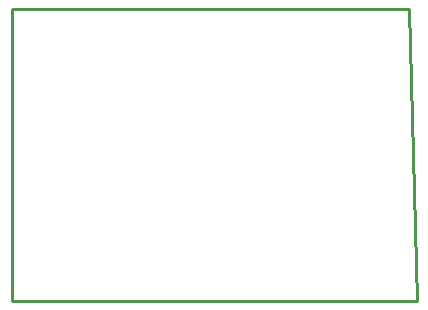
<source format=gbr>
G04 EAGLE Gerber RS-274X export*
G75*
%MOMM*%
%FSLAX34Y34*%
%LPD*%
%IN*%
%IPPOS*%
%AMOC8*
5,1,8,0,0,1.08239X$1,22.5*%
G01*
%ADD10C,0.254000*%


D10*
X-6350Y0D02*
X336550Y0D01*
X330200Y247650D01*
X-6350Y247650D01*
X-6350Y0D01*
M02*

</source>
